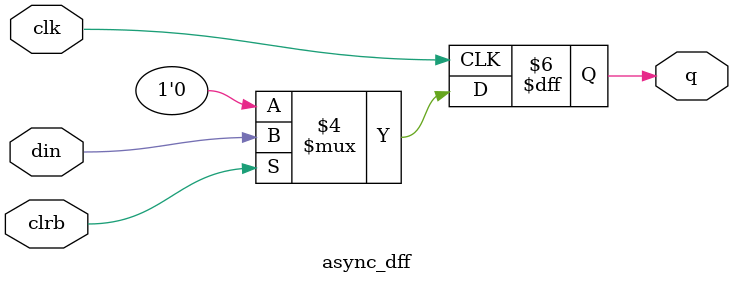
<source format=v>
module async_dff(din,clrb,clk,q);
	input din,clk,clrb;
	output q;
	reg q;
	always@(posedge clk)
	begin
		if(!clrb) q<=1'b0;
		else q<=din;
	end
endmodule
</source>
